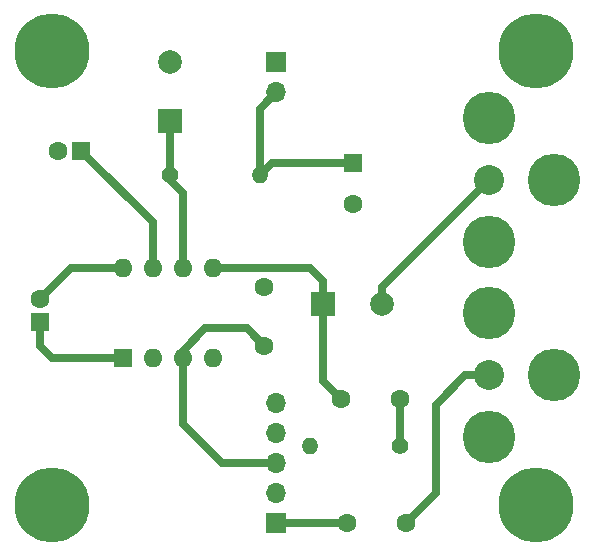
<source format=gbr>
G04 #@! TF.FileFunction,Copper,L1,Top,Signal*
%FSLAX46Y46*%
G04 Gerber Fmt 4.6, Leading zero omitted, Abs format (unit mm)*
G04 Created by KiCad (PCBNEW (after 2015-mar-04 BZR unknown)-product) date 4/19/2017 3:39:58 PM*
%MOMM*%
G01*
G04 APERTURE LIST*
%ADD10C,0.150000*%
%ADD11R,2.000000X2.000000*%
%ADD12C,2.000000*%
%ADD13R,1.600000X1.600000*%
%ADD14C,1.600000*%
%ADD15C,6.350000*%
%ADD16C,1.400000*%
%ADD17O,1.400000X1.400000*%
%ADD18C,4.445000*%
%ADD19C,2.540000*%
%ADD20O,1.600000X1.600000*%
%ADD21R,1.700000X1.700000*%
%ADD22O,1.700000X1.700000*%
%ADD23C,0.635000*%
G04 APERTURE END LIST*
D10*
D11*
X14020000Y-10012400D03*
D12*
X14020000Y-5012400D03*
D13*
X29520000Y-13512400D03*
D14*
X29520000Y-17012400D03*
D13*
X3020000Y-27012400D03*
D14*
X3020000Y-25012400D03*
D15*
X4020000Y-42512400D03*
X45020000Y-42512400D03*
D16*
X14020000Y-14512400D03*
D17*
X21640000Y-14512400D03*
D11*
X27020000Y-25512400D03*
D12*
X32020000Y-25512400D03*
D18*
X46531800Y-31512400D03*
X41020000Y-26267300D03*
X41020000Y-36757500D03*
D19*
X41020000Y-31512400D03*
D18*
X46531800Y-15012400D03*
X41020000Y-9767300D03*
X41020000Y-20257500D03*
D19*
X41020000Y-15012400D03*
D15*
X45020000Y-4012400D03*
X4020000Y-4012400D03*
D16*
X33520000Y-37512400D03*
D17*
X25900000Y-37512400D03*
D13*
X10020000Y-30012400D03*
D20*
X17640000Y-22392400D03*
X12560000Y-30012400D03*
X15100000Y-22392400D03*
X15100000Y-30012400D03*
X12560000Y-22392400D03*
X17640000Y-30012400D03*
X10020000Y-22392400D03*
D21*
X23020000Y-5012400D03*
D22*
X23020000Y-7552400D03*
D14*
X34020000Y-44012400D03*
X29020000Y-44012400D03*
X28520000Y-33512400D03*
X33520000Y-33512400D03*
D21*
X23020000Y-44012400D03*
D22*
X23020000Y-41472400D03*
X23020000Y-38932400D03*
X23020000Y-36392400D03*
X23020000Y-33852400D03*
D13*
X6520000Y-12512400D03*
D14*
X4520000Y-12512400D03*
X22020000Y-29012400D03*
X22020000Y-24012400D03*
D23*
X29520000Y-13512400D02*
X22640000Y-13512400D01*
X22640000Y-13512400D02*
X21640000Y-14512400D01*
X21640000Y-14512400D02*
X21640000Y-8932400D01*
X21640000Y-8932400D02*
X23020000Y-7552400D01*
X33520000Y-33512400D02*
X33520000Y-37512400D01*
X41020000Y-31512400D02*
X40020000Y-31512400D01*
X34020000Y-44012400D02*
X36520000Y-41512400D01*
X36520000Y-41512400D02*
X36520000Y-34012400D01*
X36520000Y-34012400D02*
X39020000Y-31512400D01*
X39020000Y-31512400D02*
X41020000Y-31512400D01*
X34020000Y-44012400D02*
X34020000Y-44012400D01*
X32020000Y-24012400D02*
X41020000Y-15012400D01*
X32020000Y-25512400D02*
X32020000Y-24012400D01*
X23020000Y-5012400D02*
X22520000Y-5012400D01*
X23020000Y-44012400D02*
X29020000Y-44012400D01*
X27020000Y-25512400D02*
X27020000Y-32012400D01*
X27020000Y-32012400D02*
X28520000Y-33512400D01*
X27020000Y-23512400D02*
X27020000Y-25512400D01*
X25900000Y-22392400D02*
X27020000Y-23512400D01*
X17640000Y-22392400D02*
X25900000Y-22392400D01*
X15100000Y-30012400D02*
X15100000Y-29432400D01*
X15100000Y-29432400D02*
X17020000Y-27512400D01*
X20520000Y-27512400D02*
X22020000Y-29012400D01*
X17020000Y-27512400D02*
X20520000Y-27512400D01*
X23100000Y-39012400D02*
X23020000Y-38932400D01*
X18440000Y-38932400D02*
X15100000Y-35592400D01*
X15100000Y-35592400D02*
X15100000Y-30012400D01*
X23020000Y-38932400D02*
X18440000Y-38932400D01*
X12560000Y-22392400D02*
X12560000Y-18552400D01*
X12560000Y-18552400D02*
X6520000Y-12512400D01*
X15100000Y-22392400D02*
X15100000Y-16092400D01*
X14020000Y-15012400D02*
X14020000Y-10012400D01*
X15100000Y-16092400D02*
X14020000Y-15012400D01*
X10020000Y-30012400D02*
X4020000Y-30012400D01*
X3020000Y-29012400D02*
X3020000Y-27012400D01*
X4020000Y-30012400D02*
X3020000Y-29012400D01*
X10020000Y-22392400D02*
X5640000Y-22392400D01*
X5640000Y-22392400D02*
X3020000Y-25012400D01*
M02*

</source>
